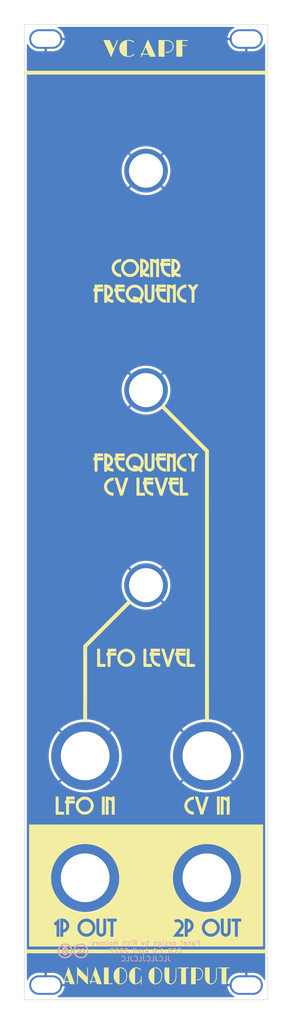
<source format=kicad_pcb>
(kicad_pcb (version 20211014) (generator pcbnew)
  (layers (0 "F.Cu" signal) (31 "B.Cu" signal) (34 "B.Paste" user) (35 "F.Paste" user) (36 "B.SilkS" user "B.Silkscreen") (37 "F.SilkS" user "F.Silkscreen") (38 "B.Mask" user) (39 "F.Mask" user) (44 "Edge.Cuts" user))
  (net 0 "")
  (net 1 "GND")
  (footprint "Kosmo_panel:Kosmo_Panel_Dual_Slotted_Mounting_Holes" (layer "F.Cu") (at 63.1 10.6 180)
    (fp_text reference "H9" hide)
    (fp_text value "Mounting_Holes")
    (pad "1" thru_hole oval locked (at 1.4 0 180) (size 6.8 4) (drill oval 6 3.2) (layers *.Cu *.Mask) (net 1 "GND"))
    (pad "1" thru_hole oval locked (at 1.4 -194 180) (size 6.8 4) (drill oval 6 3.2) (layers *.Cu *.Mask) (net 1 "GND"))
  )
  (footprint "Kosmo_panel:Kosmo_Pot_Hole" (layer "F.Cu") (at 41.1 37.6)
    (fp_text reference "H5" hide)
    (fp_text value "Pot_Hole")
    (pad "1" thru_hole circle locked (at 0 0) (size 9 9) (drill 7) (layers *.Cu *.Mask) (net 1 "GND"))
  )
  (footprint "Kosmo_panel:Kosmo_Jack_Hole" (layer "F.Cu") (at 28.6 157.6)
    (fp_text reference "H1" hide)
    (fp_text value "Jack_Hole")
    (pad "1" thru_hole circle locked (at 0 0) (size 14 14) (drill 10) (layers *.Cu *.Mask) (net 1 "GND"))
  )
  (footprint "Kosmo_panel:Kosmo_Panel_Dual_Slotted_Mounting_Holes" (layer "F.Cu") (at 19.1 204.6)
    (fp_text reference "H8" hide)
    (fp_text value "Mounting_Holes")
    (pad "1" thru_hole oval locked (at 1.4 -194) (size 6.8 4) (drill oval 6 3.2) (layers *.Cu *.Mask) (net 1 "GND"))
    (pad "1" thru_hole oval locked (at 1.4 0) (size 6.8 4) (drill oval 6 3.2) (layers *.Cu *.Mask) (net 1 "GND"))
  )
  (footprint "Kosmo_panel:Kosmo_Jack_Hole" (layer "F.Cu") (at 28.6 182.6)
    (fp_text reference "H2" hide)
    (fp_text value "Jack_Hole")
    (pad "1" thru_hole circle locked (at 0 0) (size 14 14) (drill 10) (layers *.Cu *.Mask) (net 1 "GND"))
  )
  (footprint "Kosmo_panel:Kosmo_Jack_Hole" (layer "F.Cu") (at 53.6 157.6)
    (fp_text reference "H3" hide)
    (fp_text value "Jack_Hole")
    (pad "1" thru_hole circle locked (at 0 0) (size 14 14) (drill 10) (layers *.Cu *.Mask) (net 1 "GND"))
  )
  (footprint "Kosmo_panel:Kosmo_Jack_Hole" (layer "F.Cu") (at 53.6 182.6)
    (fp_text reference "H4" hide)
    (fp_text value "Jack_Hole")
    (pad "1" thru_hole circle locked (at 0 0) (size 14 14) (drill 10) (layers *.Cu *.Mask) (net 1 "GND"))
  )
  (footprint "Kosmo_panel:Kosmo_Pot_Hole" (layer "F.Cu") (at 41.1 82.6)
    (fp_text reference "H7" hide)
    (fp_text value "Pot_Hole")
    (pad "1" thru_hole circle locked (at 0 0) (size 9 9) (drill 7) (layers *.Cu *.Mask) (net 1 "GND"))
  )
  (footprint "vcapf_panel:vcapf_panel_holes" (layer "F.Cu") (at 41.1 107.6)
    (fp_text reference "GRAF1" hide)
    (fp_text value "Holes" hide)
  )
  (footprint "Kosmo_panel:Kosmo_Pot_Hole" (layer "F.Cu") (at 41.1 122.6)
    (fp_text reference "H6" hide)
    (fp_text value "Pot_Hole")
    (pad "1" thru_hole circle locked (at 0 0) (size 9 9) (drill 7) (layers *.Cu *.Mask) (net 1 "GND"))
  )
  (footprint "vcapf_panel:vcapf_panel_art" (layer "F.Cu") (at 41.1 107.6)
    (fp_text reference "GRAF2" hide)
    (fp_text value "Art" hide)
  )
  (footprint "ao_tht:CC0_logo" (layer "B.Cu") (at 26.1 197.6 180)
    (fp_text reference "GRAF3" hide)
    (fp_text value "CC0 logo" hide)
  )
  (gr_line (start 16.1 207.6) (end 66.1 207.6) (layer "Edge.Cuts") (width 0.1))
  (gr_line (start 66.1 7.6) (end 16.1 7.6) (layer "Edge.Cuts") (width 0.1))
  (gr_line (start 16.1 7.6) (end 16.1 207.6) (layer "Edge.Cuts") (width 0.1))
  (gr_line (start 66.1 207.6) (end 66.1 7.6) (layer "Edge.Cuts") (width 0.1))
  (gr_text "Panel design by Rich Holmes\nCC0 1.0 April 2022\nJLCJLCJLCJLC" (at 41.1 197.6) (layer "B.SilkS") (effects (font (size 1 1)) (justify mirror)))
  (zone (net 1) (net_name "GND") (layer "F.Cu") (connect_pads (clearance 0.508)) (min_thickness 0.254) (fill yes (thermal_gap 0.508) (thermal_bridge_width 0.508))
    (polygon (pts (xy 71.1 212.6) (xy 11.1 212.6) (xy 11.1 2.6) (xy 71.1 2.6)))
  )
  (zone (net 1) (net_name "GND") (layer "B.Cu") (connect_pads (clearance 0.508)) (min_thickness 0.254) (fill yes (thermal_gap 0.508) (thermal_bridge_width 0.508))
    (polygon (pts (xy 71.1 212.6) (xy 11.1 212.6) (xy 11.1 2.6) (xy 71.1 2.6)))
  )
)
</source>
